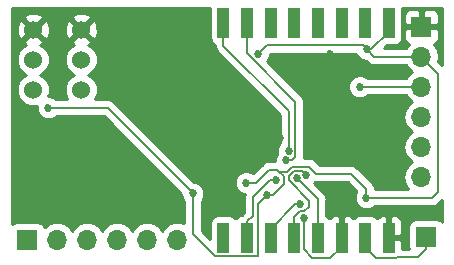
<source format=gbr>
G04 #@! TF.GenerationSoftware,KiCad,Pcbnew,5.0.0-rc2-unknown-a288d61~65~ubuntu18.04.1*
G04 #@! TF.CreationDate,2018-06-25T15:59:09+02:00*
G04 #@! TF.ProjectId,STM32_Sensor,53544D33325F53656E736F722E6B6963,rev?*
G04 #@! TF.SameCoordinates,Original*
G04 #@! TF.FileFunction,Copper,L2,Bot,Signal*
G04 #@! TF.FilePolarity,Positive*
%FSLAX46Y46*%
G04 Gerber Fmt 4.6, Leading zero omitted, Abs format (unit mm)*
G04 Created by KiCad (PCBNEW 5.0.0-rc2-unknown-a288d61~65~ubuntu18.04.1) date Mon Jun 25 15:59:09 2018*
%MOMM*%
%LPD*%
G01*
G04 APERTURE LIST*
G04 #@! TA.AperFunction,SMDPad,CuDef*
%ADD10R,1.000000X2.500000*%
G04 #@! TD*
G04 #@! TA.AperFunction,ComponentPad*
%ADD11R,1.700000X1.700000*%
G04 #@! TD*
G04 #@! TA.AperFunction,ComponentPad*
%ADD12C,1.524000*%
G04 #@! TD*
G04 #@! TA.AperFunction,ComponentPad*
%ADD13O,1.700000X1.700000*%
G04 #@! TD*
G04 #@! TA.AperFunction,ViaPad*
%ADD14C,0.685800*%
G04 #@! TD*
G04 #@! TA.AperFunction,Conductor*
%ADD15C,0.190500*%
G04 #@! TD*
G04 #@! TA.AperFunction,Conductor*
%ADD16C,0.152400*%
G04 #@! TD*
G04 #@! TA.AperFunction,Conductor*
%ADD17C,0.254000*%
G04 #@! TD*
G04 APERTURE END LIST*
D10*
G04 #@! TO.P,U2,1*
G04 #@! TO.N,RST*
X125588000Y-80689000D03*
G04 #@! TO.P,U2,2*
G04 #@! TO.N,DIO0*
X127588000Y-80689000D03*
G04 #@! TO.P,U2,3*
G04 #@! TO.N,Net-(U2-Pad3)*
X129588000Y-80689000D03*
G04 #@! TO.P,U2,4*
G04 #@! TO.N,Net-(U2-Pad4)*
X131588000Y-80689000D03*
G04 #@! TO.P,U2,5*
G04 #@! TO.N,Net-(U2-Pad5)*
X133588000Y-80689000D03*
G04 #@! TO.P,U2,6*
G04 #@! TO.N,Net-(U2-Pad6)*
X135588000Y-80689000D03*
G04 #@! TO.P,U2,7*
G04 #@! TO.N,Net-(U2-Pad7)*
X137588000Y-80689000D03*
G04 #@! TO.P,U2,8*
G04 #@! TO.N,+3V3*
X139588000Y-80689000D03*
G04 #@! TO.P,U2,9*
G04 #@! TO.N,GND*
X139588000Y-98889000D03*
G04 #@! TO.P,U2,10*
G04 #@! TO.N,Net-(J2-Pad1)*
X137588000Y-98889000D03*
G04 #@! TO.P,U2,11*
G04 #@! TO.N,GND*
X135588000Y-98889000D03*
G04 #@! TO.P,U2,12*
G04 #@! TO.N,SCK*
X133588000Y-98889000D03*
G04 #@! TO.P,U2,13*
G04 #@! TO.N,MISO*
X131588000Y-98889000D03*
G04 #@! TO.P,U2,14*
G04 #@! TO.N,MOSI*
X129588000Y-98889000D03*
G04 #@! TO.P,U2,15*
G04 #@! TO.N,NSS*
X127588000Y-98889000D03*
G04 #@! TO.P,U2,16*
G04 #@! TO.N,Net-(U2-Pad16)*
X125588000Y-98889000D03*
G04 #@! TD*
D11*
G04 #@! TO.P,J2,1*
G04 #@! TO.N,Net-(J2-Pad1)*
X142750000Y-98820000D03*
G04 #@! TD*
D12*
G04 #@! TO.P,SW2,3*
G04 #@! TO.N,+3V3*
X109474000Y-86360000D03*
G04 #@! TO.P,SW2,2*
G04 #@! TO.N,Net-(R2-Pad1)*
X109474000Y-83820000D03*
G04 #@! TO.P,SW2,1*
G04 #@! TO.N,GND*
X109474000Y-81280000D03*
G04 #@! TD*
G04 #@! TO.P,SW3,1*
G04 #@! TO.N,GND*
X113538000Y-81280000D03*
G04 #@! TO.P,SW3,2*
G04 #@! TO.N,Net-(R3-Pad1)*
X113538000Y-83820000D03*
G04 #@! TO.P,SW3,3*
G04 #@! TO.N,+3V3*
X113538000Y-86360000D03*
G04 #@! TD*
D13*
G04 #@! TO.P,J1,6*
G04 #@! TO.N,TX*
X142340000Y-93730000D03*
G04 #@! TO.P,J1,5*
G04 #@! TO.N,RX*
X142340000Y-91190000D03*
G04 #@! TO.P,J1,4*
G04 #@! TO.N,SWDIO*
X142340000Y-88650000D03*
G04 #@! TO.P,J1,3*
G04 #@! TO.N,SWDCLK*
X142340000Y-86110000D03*
G04 #@! TO.P,J1,2*
G04 #@! TO.N,+3V3*
X142340000Y-83570000D03*
D11*
G04 #@! TO.P,J1,1*
G04 #@! TO.N,GND*
X142340000Y-81030000D03*
G04 #@! TD*
D13*
G04 #@! TO.P,J3,6*
G04 #@! TO.N,PB11*
X121666000Y-99060000D03*
G04 #@! TO.P,J3,5*
G04 #@! TO.N,PB10*
X119126000Y-99060000D03*
G04 #@! TO.P,J3,4*
G04 #@! TO.N,PB1*
X116586000Y-99060000D03*
G04 #@! TO.P,J3,3*
G04 #@! TO.N,PB0*
X114046000Y-99060000D03*
G04 #@! TO.P,J3,2*
G04 #@! TO.N,PA1*
X111506000Y-99060000D03*
D11*
G04 #@! TO.P,J3,1*
G04 #@! TO.N,PA0*
X108966000Y-99060000D03*
G04 #@! TD*
D14*
G04 #@! TO.N,+3V3*
X137731500Y-82931000D03*
X137668000Y-95504000D03*
X129286000Y-95250000D03*
X110744000Y-87884000D03*
X123002068Y-95105652D03*
X127508000Y-94233994D03*
X128524000Y-83312000D03*
G04 #@! TO.N,SWDCLK*
X137140000Y-86100000D03*
G04 #@! TO.N,GND*
X135840000Y-87840000D03*
X134610000Y-83340000D03*
X124460000Y-85344000D03*
X132372057Y-97233245D03*
X135128000Y-96774000D03*
X126595116Y-89881053D03*
X130400000Y-90440000D03*
X120060000Y-88680000D03*
X119120000Y-85240000D03*
G04 #@! TO.N,RST*
X131112598Y-91518462D03*
G04 #@! TO.N,DIO0*
X130906797Y-92331016D03*
G04 #@! TO.N,NSS*
X130048000Y-93980000D03*
G04 #@! TO.N,SCK*
X131791626Y-93796502D03*
G04 #@! TO.N,MISO*
X132597436Y-93565703D03*
G04 #@! TO.N,MOSI*
X132085808Y-96045226D03*
G04 #@! TD*
D15*
G04 #@! TO.N,+3V3*
X138096000Y-82931000D02*
X137731500Y-82931000D01*
X139588000Y-80689000D02*
X139588000Y-81439000D01*
X139588000Y-81439000D02*
X138096000Y-82931000D01*
X139588000Y-80938000D02*
X139588000Y-80689000D01*
X138370500Y-83570000D02*
X137731500Y-82931000D01*
X142340000Y-83570000D02*
X138370500Y-83570000D01*
X142340000Y-83570000D02*
X143764000Y-84994000D01*
X143764000Y-84994000D02*
X143764000Y-94996000D01*
X143256000Y-95504000D02*
X137668000Y-95504000D01*
X143764000Y-94996000D02*
X143256000Y-95504000D01*
X115780416Y-87884000D02*
X123002068Y-95105652D01*
X129286000Y-95250000D02*
X128524000Y-96012000D01*
X128524000Y-96012000D02*
X128524000Y-100424751D01*
X128524000Y-100424751D02*
X124831818Y-100424751D01*
X124831818Y-100424751D02*
X123002068Y-98595001D01*
X123002068Y-98595001D02*
X123002068Y-95105652D01*
X110744000Y-87884000D02*
X115780416Y-87884000D01*
X130110448Y-93112042D02*
X129469530Y-93112042D01*
X129770933Y-95250000D02*
X130676652Y-94344281D01*
X130676652Y-94344281D02*
X130676652Y-93678246D01*
X129286000Y-95250000D02*
X129770933Y-95250000D01*
X128347566Y-94233994D02*
X127508000Y-94233994D01*
X128347572Y-94234000D02*
X128347566Y-94233994D01*
X129469530Y-93112042D02*
X128347572Y-94234000D01*
X130302000Y-93303594D02*
X130110448Y-93112042D01*
X130676652Y-93678246D02*
X130302000Y-93303594D01*
X137668000Y-94742000D02*
X137668000Y-95504000D01*
X130302000Y-93303594D02*
X130964408Y-93303594D01*
X130964408Y-93303594D02*
X131407158Y-92860844D01*
X131407158Y-92860844D02*
X132822983Y-92860846D01*
X132822983Y-92860846D02*
X133434137Y-93472000D01*
X136398000Y-93472000D02*
X137668000Y-94742000D01*
X133434137Y-93472000D02*
X136398000Y-93472000D01*
X137731500Y-82931000D02*
X137388601Y-82588101D01*
X128866899Y-82969101D02*
X128524000Y-83312000D01*
X129247899Y-82588101D02*
X128866899Y-82969101D01*
X137388601Y-82588101D02*
X129247899Y-82588101D01*
D16*
G04 #@! TO.N,SWDCLK*
X137150000Y-86110000D02*
X137140000Y-86100000D01*
X142340000Y-86110000D02*
X137150000Y-86110000D01*
G04 #@! TO.N,GND*
X134610000Y-86610000D02*
X134610000Y-83340000D01*
X135840000Y-87840000D02*
X134610000Y-86610000D01*
X134649171Y-100577829D02*
X133209878Y-100584000D01*
X132372057Y-99860057D02*
X132372057Y-97233245D01*
X135588000Y-99639000D02*
X134649171Y-100577829D01*
X133096000Y-100584000D02*
X132372057Y-99860057D01*
X133209878Y-100584000D02*
X133096000Y-100584000D01*
X135588000Y-98889000D02*
X135588000Y-99639000D01*
G04 #@! TO.N,Net-(J2-Pad1)*
X137588000Y-99639000D02*
X137588000Y-98889000D01*
X138510272Y-100561273D02*
X137588000Y-99639000D01*
X142026204Y-100546196D02*
X138510272Y-100561273D01*
X142750000Y-98820000D02*
X142750000Y-99822400D01*
X142750000Y-99822400D02*
X142026204Y-100546196D01*
G04 #@! TO.N,RST*
X131112598Y-88186598D02*
X131112598Y-91033529D01*
X125588000Y-80689000D02*
X125588000Y-82662000D01*
X131112598Y-91033529D02*
X131112598Y-91518462D01*
X125588000Y-82662000D02*
X131112598Y-88186598D01*
G04 #@! TO.N,DIO0*
X127588000Y-83278212D02*
X131684100Y-87374312D01*
X127588000Y-80689000D02*
X127588000Y-83278212D01*
X131684100Y-87374312D02*
X131684100Y-92038646D01*
X131391730Y-92331016D02*
X130906797Y-92331016D01*
X131684100Y-92038646D02*
X131391730Y-92331016D01*
G04 #@! TO.N,NSS*
X127588000Y-98889000D02*
X127588000Y-98139000D01*
X127588000Y-98889000D02*
X127588000Y-97486600D01*
X129563067Y-93980000D02*
X130048000Y-93980000D01*
X128065014Y-95478053D02*
X129563067Y-93980000D01*
X127588000Y-97486600D02*
X128065014Y-97009586D01*
X128065014Y-97009586D02*
X128065014Y-95478053D01*
G04 #@! TO.N,SCK*
X133588000Y-98889000D02*
X133588000Y-95592876D01*
X133588000Y-95592876D02*
X131791626Y-93796502D01*
G04 #@! TO.N,MISO*
X131588000Y-97171494D02*
X132097750Y-96661744D01*
X131114336Y-94030336D02*
X131114336Y-93665554D01*
X131588000Y-98889000D02*
X131588000Y-97171494D01*
X132097750Y-96661744D02*
X132446256Y-96661744D01*
X132446256Y-96661744D02*
X132842000Y-96266000D01*
X132254537Y-93222804D02*
X132597436Y-93565703D01*
X132842000Y-95758000D02*
X131114336Y-94030336D01*
X131557086Y-93222804D02*
X132254537Y-93222804D01*
X131114336Y-93665554D02*
X131557086Y-93222804D01*
X132842000Y-96266000D02*
X132842000Y-95758000D01*
G04 #@! TO.N,MOSI*
X131681774Y-96045226D02*
X132085808Y-96045226D01*
X129588000Y-98139000D02*
X131681774Y-96045226D01*
X129588000Y-98889000D02*
X129588000Y-98139000D01*
G04 #@! TD*
D17*
G04 #@! TO.N,GND*
G36*
X133362216Y-94202250D02*
X133434136Y-94216556D01*
X133506056Y-94202250D01*
X136095522Y-94202250D01*
X136841156Y-94947885D01*
X136838977Y-94950064D01*
X136690100Y-95309484D01*
X136690100Y-95698516D01*
X136838977Y-96057936D01*
X137114064Y-96333023D01*
X137473484Y-96481900D01*
X137862516Y-96481900D01*
X138221936Y-96333023D01*
X138320709Y-96234250D01*
X143184080Y-96234250D01*
X143256000Y-96248556D01*
X143327920Y-96234250D01*
X143327921Y-96234250D01*
X143540929Y-96191880D01*
X143782481Y-96030481D01*
X143823224Y-95969504D01*
X144070000Y-95722729D01*
X144070000Y-97530436D01*
X144057809Y-97512191D01*
X143847765Y-97371843D01*
X143600000Y-97322560D01*
X141900000Y-97322560D01*
X141652235Y-97371843D01*
X141442191Y-97512191D01*
X141301843Y-97722235D01*
X141252560Y-97970000D01*
X141252560Y-99670000D01*
X141286010Y-99838164D01*
X140723000Y-99840578D01*
X140723000Y-99174750D01*
X140564250Y-99016000D01*
X139715000Y-99016000D01*
X139715000Y-99036000D01*
X139461000Y-99036000D01*
X139461000Y-99016000D01*
X139441000Y-99016000D01*
X139441000Y-98762000D01*
X139461000Y-98762000D01*
X139461000Y-97162750D01*
X139715000Y-97162750D01*
X139715000Y-98762000D01*
X140564250Y-98762000D01*
X140723000Y-98603250D01*
X140723000Y-97512691D01*
X140626327Y-97279302D01*
X140447699Y-97100673D01*
X140214310Y-97004000D01*
X139873750Y-97004000D01*
X139715000Y-97162750D01*
X139461000Y-97162750D01*
X139302250Y-97004000D01*
X138961690Y-97004000D01*
X138728301Y-97100673D01*
X138586655Y-97242320D01*
X138545809Y-97181191D01*
X138335765Y-97040843D01*
X138088000Y-96991560D01*
X137088000Y-96991560D01*
X136840235Y-97040843D01*
X136630191Y-97181191D01*
X136589345Y-97242320D01*
X136447699Y-97100673D01*
X136214310Y-97004000D01*
X135873750Y-97004000D01*
X135715000Y-97162750D01*
X135715000Y-98762000D01*
X135735000Y-98762000D01*
X135735000Y-99016000D01*
X135715000Y-99016000D01*
X135715000Y-99036000D01*
X135461000Y-99036000D01*
X135461000Y-99016000D01*
X135441000Y-99016000D01*
X135441000Y-98762000D01*
X135461000Y-98762000D01*
X135461000Y-97162750D01*
X135302250Y-97004000D01*
X134961690Y-97004000D01*
X134728301Y-97100673D01*
X134586655Y-97242320D01*
X134545809Y-97181191D01*
X134335765Y-97040843D01*
X134299200Y-97033570D01*
X134299200Y-95662917D01*
X134313132Y-95592875D01*
X134299200Y-95522833D01*
X134299200Y-95522830D01*
X134257936Y-95315380D01*
X134257935Y-95315378D01*
X134140424Y-95139511D01*
X134140422Y-95139509D01*
X134100746Y-95080130D01*
X134041367Y-95040454D01*
X133273505Y-94272593D01*
X133346895Y-94199203D01*
X133362216Y-94202250D01*
X133362216Y-94202250D01*
G37*
X133362216Y-94202250D02*
X133434136Y-94216556D01*
X133506056Y-94202250D01*
X136095522Y-94202250D01*
X136841156Y-94947885D01*
X136838977Y-94950064D01*
X136690100Y-95309484D01*
X136690100Y-95698516D01*
X136838977Y-96057936D01*
X137114064Y-96333023D01*
X137473484Y-96481900D01*
X137862516Y-96481900D01*
X138221936Y-96333023D01*
X138320709Y-96234250D01*
X143184080Y-96234250D01*
X143256000Y-96248556D01*
X143327920Y-96234250D01*
X143327921Y-96234250D01*
X143540929Y-96191880D01*
X143782481Y-96030481D01*
X143823224Y-95969504D01*
X144070000Y-95722729D01*
X144070000Y-97530436D01*
X144057809Y-97512191D01*
X143847765Y-97371843D01*
X143600000Y-97322560D01*
X141900000Y-97322560D01*
X141652235Y-97371843D01*
X141442191Y-97512191D01*
X141301843Y-97722235D01*
X141252560Y-97970000D01*
X141252560Y-99670000D01*
X141286010Y-99838164D01*
X140723000Y-99840578D01*
X140723000Y-99174750D01*
X140564250Y-99016000D01*
X139715000Y-99016000D01*
X139715000Y-99036000D01*
X139461000Y-99036000D01*
X139461000Y-99016000D01*
X139441000Y-99016000D01*
X139441000Y-98762000D01*
X139461000Y-98762000D01*
X139461000Y-97162750D01*
X139715000Y-97162750D01*
X139715000Y-98762000D01*
X140564250Y-98762000D01*
X140723000Y-98603250D01*
X140723000Y-97512691D01*
X140626327Y-97279302D01*
X140447699Y-97100673D01*
X140214310Y-97004000D01*
X139873750Y-97004000D01*
X139715000Y-97162750D01*
X139461000Y-97162750D01*
X139302250Y-97004000D01*
X138961690Y-97004000D01*
X138728301Y-97100673D01*
X138586655Y-97242320D01*
X138545809Y-97181191D01*
X138335765Y-97040843D01*
X138088000Y-96991560D01*
X137088000Y-96991560D01*
X136840235Y-97040843D01*
X136630191Y-97181191D01*
X136589345Y-97242320D01*
X136447699Y-97100673D01*
X136214310Y-97004000D01*
X135873750Y-97004000D01*
X135715000Y-97162750D01*
X135715000Y-98762000D01*
X135735000Y-98762000D01*
X135735000Y-99016000D01*
X135715000Y-99016000D01*
X135715000Y-99036000D01*
X135461000Y-99036000D01*
X135461000Y-99016000D01*
X135441000Y-99016000D01*
X135441000Y-98762000D01*
X135461000Y-98762000D01*
X135461000Y-97162750D01*
X135302250Y-97004000D01*
X134961690Y-97004000D01*
X134728301Y-97100673D01*
X134586655Y-97242320D01*
X134545809Y-97181191D01*
X134335765Y-97040843D01*
X134299200Y-97033570D01*
X134299200Y-95662917D01*
X134313132Y-95592875D01*
X134299200Y-95522833D01*
X134299200Y-95522830D01*
X134257936Y-95315380D01*
X134257935Y-95315378D01*
X134140424Y-95139511D01*
X134140422Y-95139509D01*
X134100746Y-95080130D01*
X134041367Y-95040454D01*
X133273505Y-94272593D01*
X133346895Y-94199203D01*
X133362216Y-94202250D01*
G36*
X124442655Y-79428467D02*
X124440560Y-79439000D01*
X124440560Y-81939000D01*
X124489843Y-82186765D01*
X124630191Y-82396809D01*
X124840235Y-82537157D01*
X124876801Y-82544430D01*
X124876801Y-82591954D01*
X124862868Y-82662000D01*
X124918065Y-82939496D01*
X125035576Y-83115364D01*
X125035579Y-83115367D01*
X125075255Y-83174746D01*
X125134634Y-83214422D01*
X130401398Y-88481187D01*
X130401399Y-90846702D01*
X130283575Y-90964526D01*
X130134698Y-91323946D01*
X130134698Y-91712978D01*
X130136800Y-91718054D01*
X130077774Y-91777080D01*
X129928897Y-92136500D01*
X129928897Y-92381792D01*
X129541449Y-92381792D01*
X129469529Y-92367486D01*
X129397609Y-92381792D01*
X129184601Y-92424162D01*
X128943049Y-92585561D01*
X128902309Y-92646533D01*
X128102904Y-93445939D01*
X128061936Y-93404971D01*
X127702516Y-93256094D01*
X127313484Y-93256094D01*
X126954064Y-93404971D01*
X126678977Y-93680058D01*
X126530100Y-94039478D01*
X126530100Y-94428510D01*
X126678977Y-94787930D01*
X126954064Y-95063017D01*
X127313484Y-95211894D01*
X127392824Y-95211894D01*
X127339882Y-95478053D01*
X127353815Y-95548099D01*
X127353814Y-96714997D01*
X127134634Y-96934178D01*
X127075255Y-96973854D01*
X127059657Y-96997198D01*
X126840235Y-97040843D01*
X126630191Y-97181191D01*
X126588000Y-97244334D01*
X126545809Y-97181191D01*
X126335765Y-97040843D01*
X126088000Y-96991560D01*
X125088000Y-96991560D01*
X124840235Y-97040843D01*
X124630191Y-97181191D01*
X124489843Y-97391235D01*
X124440560Y-97639000D01*
X124440560Y-99000764D01*
X123732318Y-98292523D01*
X123732318Y-95758361D01*
X123831091Y-95659588D01*
X123979968Y-95300168D01*
X123979968Y-94911136D01*
X123831091Y-94551716D01*
X123556004Y-94276629D01*
X123196584Y-94127752D01*
X123056898Y-94127752D01*
X116347641Y-87418497D01*
X116306897Y-87357519D01*
X116065345Y-87196120D01*
X115852337Y-87153750D01*
X115852336Y-87153750D01*
X115780416Y-87139444D01*
X115708496Y-87153750D01*
X114719907Y-87153750D01*
X114722320Y-87151337D01*
X114935000Y-86637881D01*
X114935000Y-86082119D01*
X114722320Y-85568663D01*
X114329337Y-85175680D01*
X114122487Y-85090000D01*
X114329337Y-85004320D01*
X114722320Y-84611337D01*
X114935000Y-84097881D01*
X114935000Y-83542119D01*
X114722320Y-83028663D01*
X114329337Y-82635680D01*
X114138353Y-82556572D01*
X114269143Y-82502397D01*
X114338608Y-82260213D01*
X113538000Y-81459605D01*
X112737392Y-82260213D01*
X112806857Y-82502397D01*
X112947393Y-82552535D01*
X112746663Y-82635680D01*
X112353680Y-83028663D01*
X112141000Y-83542119D01*
X112141000Y-84097881D01*
X112353680Y-84611337D01*
X112746663Y-85004320D01*
X112953513Y-85090000D01*
X112746663Y-85175680D01*
X112353680Y-85568663D01*
X112141000Y-86082119D01*
X112141000Y-86637881D01*
X112353680Y-87151337D01*
X112356093Y-87153750D01*
X111396709Y-87153750D01*
X111297936Y-87054977D01*
X110938516Y-86906100D01*
X110759900Y-86906100D01*
X110871000Y-86637881D01*
X110871000Y-86082119D01*
X110658320Y-85568663D01*
X110265337Y-85175680D01*
X110058487Y-85090000D01*
X110265337Y-85004320D01*
X110658320Y-84611337D01*
X110871000Y-84097881D01*
X110871000Y-83542119D01*
X110658320Y-83028663D01*
X110265337Y-82635680D01*
X110074353Y-82556572D01*
X110205143Y-82502397D01*
X110274608Y-82260213D01*
X109474000Y-81459605D01*
X108673392Y-82260213D01*
X108742857Y-82502397D01*
X108883393Y-82552535D01*
X108682663Y-82635680D01*
X108289680Y-83028663D01*
X108077000Y-83542119D01*
X108077000Y-84097881D01*
X108289680Y-84611337D01*
X108682663Y-85004320D01*
X108889513Y-85090000D01*
X108682663Y-85175680D01*
X108289680Y-85568663D01*
X108077000Y-86082119D01*
X108077000Y-86637881D01*
X108289680Y-87151337D01*
X108682663Y-87544320D01*
X109196119Y-87757000D01*
X109751881Y-87757000D01*
X109766100Y-87751110D01*
X109766100Y-88078516D01*
X109914977Y-88437936D01*
X110190064Y-88713023D01*
X110549484Y-88861900D01*
X110938516Y-88861900D01*
X111297936Y-88713023D01*
X111396709Y-88614250D01*
X115477938Y-88614250D01*
X122024168Y-95160482D01*
X122024168Y-95300168D01*
X122173045Y-95659588D01*
X122271819Y-95758362D01*
X122271818Y-97678801D01*
X122245418Y-97661161D01*
X121812256Y-97575000D01*
X121519744Y-97575000D01*
X121086582Y-97661161D01*
X120595375Y-97989375D01*
X120396000Y-98287761D01*
X120196625Y-97989375D01*
X119705418Y-97661161D01*
X119272256Y-97575000D01*
X118979744Y-97575000D01*
X118546582Y-97661161D01*
X118055375Y-97989375D01*
X117856000Y-98287761D01*
X117656625Y-97989375D01*
X117165418Y-97661161D01*
X116732256Y-97575000D01*
X116439744Y-97575000D01*
X116006582Y-97661161D01*
X115515375Y-97989375D01*
X115316000Y-98287761D01*
X115116625Y-97989375D01*
X114625418Y-97661161D01*
X114192256Y-97575000D01*
X113899744Y-97575000D01*
X113466582Y-97661161D01*
X112975375Y-97989375D01*
X112776000Y-98287761D01*
X112576625Y-97989375D01*
X112085418Y-97661161D01*
X111652256Y-97575000D01*
X111359744Y-97575000D01*
X110926582Y-97661161D01*
X110435375Y-97989375D01*
X110423184Y-98007619D01*
X110414157Y-97962235D01*
X110273809Y-97752191D01*
X110063765Y-97611843D01*
X109816000Y-97562560D01*
X108116000Y-97562560D01*
X107868235Y-97611843D01*
X107710000Y-97717573D01*
X107710000Y-81072302D01*
X108064856Y-81072302D01*
X108092638Y-81627368D01*
X108251603Y-82011143D01*
X108493787Y-82080608D01*
X109294395Y-81280000D01*
X109653605Y-81280000D01*
X110454213Y-82080608D01*
X110696397Y-82011143D01*
X110883144Y-81487698D01*
X110862353Y-81072302D01*
X112128856Y-81072302D01*
X112156638Y-81627368D01*
X112315603Y-82011143D01*
X112557787Y-82080608D01*
X113358395Y-81280000D01*
X113717605Y-81280000D01*
X114518213Y-82080608D01*
X114760397Y-82011143D01*
X114947144Y-81487698D01*
X114919362Y-80932632D01*
X114760397Y-80548857D01*
X114518213Y-80479392D01*
X113717605Y-81280000D01*
X113358395Y-81280000D01*
X112557787Y-80479392D01*
X112315603Y-80548857D01*
X112128856Y-81072302D01*
X110862353Y-81072302D01*
X110855362Y-80932632D01*
X110696397Y-80548857D01*
X110454213Y-80479392D01*
X109653605Y-81280000D01*
X109294395Y-81280000D01*
X108493787Y-80479392D01*
X108251603Y-80548857D01*
X108064856Y-81072302D01*
X107710000Y-81072302D01*
X107710000Y-80299787D01*
X108673392Y-80299787D01*
X109474000Y-81100395D01*
X110274608Y-80299787D01*
X112737392Y-80299787D01*
X113538000Y-81100395D01*
X114338608Y-80299787D01*
X114269143Y-80057603D01*
X113745698Y-79870856D01*
X113190632Y-79898638D01*
X112806857Y-80057603D01*
X112737392Y-80299787D01*
X110274608Y-80299787D01*
X110205143Y-80057603D01*
X109681698Y-79870856D01*
X109126632Y-79898638D01*
X108742857Y-80057603D01*
X108673392Y-80299787D01*
X107710000Y-80299787D01*
X107710000Y-79410752D01*
X124442655Y-79428467D01*
X124442655Y-79428467D01*
G37*
X124442655Y-79428467D02*
X124440560Y-79439000D01*
X124440560Y-81939000D01*
X124489843Y-82186765D01*
X124630191Y-82396809D01*
X124840235Y-82537157D01*
X124876801Y-82544430D01*
X124876801Y-82591954D01*
X124862868Y-82662000D01*
X124918065Y-82939496D01*
X125035576Y-83115364D01*
X125035579Y-83115367D01*
X125075255Y-83174746D01*
X125134634Y-83214422D01*
X130401398Y-88481187D01*
X130401399Y-90846702D01*
X130283575Y-90964526D01*
X130134698Y-91323946D01*
X130134698Y-91712978D01*
X130136800Y-91718054D01*
X130077774Y-91777080D01*
X129928897Y-92136500D01*
X129928897Y-92381792D01*
X129541449Y-92381792D01*
X129469529Y-92367486D01*
X129397609Y-92381792D01*
X129184601Y-92424162D01*
X128943049Y-92585561D01*
X128902309Y-92646533D01*
X128102904Y-93445939D01*
X128061936Y-93404971D01*
X127702516Y-93256094D01*
X127313484Y-93256094D01*
X126954064Y-93404971D01*
X126678977Y-93680058D01*
X126530100Y-94039478D01*
X126530100Y-94428510D01*
X126678977Y-94787930D01*
X126954064Y-95063017D01*
X127313484Y-95211894D01*
X127392824Y-95211894D01*
X127339882Y-95478053D01*
X127353815Y-95548099D01*
X127353814Y-96714997D01*
X127134634Y-96934178D01*
X127075255Y-96973854D01*
X127059657Y-96997198D01*
X126840235Y-97040843D01*
X126630191Y-97181191D01*
X126588000Y-97244334D01*
X126545809Y-97181191D01*
X126335765Y-97040843D01*
X126088000Y-96991560D01*
X125088000Y-96991560D01*
X124840235Y-97040843D01*
X124630191Y-97181191D01*
X124489843Y-97391235D01*
X124440560Y-97639000D01*
X124440560Y-99000764D01*
X123732318Y-98292523D01*
X123732318Y-95758361D01*
X123831091Y-95659588D01*
X123979968Y-95300168D01*
X123979968Y-94911136D01*
X123831091Y-94551716D01*
X123556004Y-94276629D01*
X123196584Y-94127752D01*
X123056898Y-94127752D01*
X116347641Y-87418497D01*
X116306897Y-87357519D01*
X116065345Y-87196120D01*
X115852337Y-87153750D01*
X115852336Y-87153750D01*
X115780416Y-87139444D01*
X115708496Y-87153750D01*
X114719907Y-87153750D01*
X114722320Y-87151337D01*
X114935000Y-86637881D01*
X114935000Y-86082119D01*
X114722320Y-85568663D01*
X114329337Y-85175680D01*
X114122487Y-85090000D01*
X114329337Y-85004320D01*
X114722320Y-84611337D01*
X114935000Y-84097881D01*
X114935000Y-83542119D01*
X114722320Y-83028663D01*
X114329337Y-82635680D01*
X114138353Y-82556572D01*
X114269143Y-82502397D01*
X114338608Y-82260213D01*
X113538000Y-81459605D01*
X112737392Y-82260213D01*
X112806857Y-82502397D01*
X112947393Y-82552535D01*
X112746663Y-82635680D01*
X112353680Y-83028663D01*
X112141000Y-83542119D01*
X112141000Y-84097881D01*
X112353680Y-84611337D01*
X112746663Y-85004320D01*
X112953513Y-85090000D01*
X112746663Y-85175680D01*
X112353680Y-85568663D01*
X112141000Y-86082119D01*
X112141000Y-86637881D01*
X112353680Y-87151337D01*
X112356093Y-87153750D01*
X111396709Y-87153750D01*
X111297936Y-87054977D01*
X110938516Y-86906100D01*
X110759900Y-86906100D01*
X110871000Y-86637881D01*
X110871000Y-86082119D01*
X110658320Y-85568663D01*
X110265337Y-85175680D01*
X110058487Y-85090000D01*
X110265337Y-85004320D01*
X110658320Y-84611337D01*
X110871000Y-84097881D01*
X110871000Y-83542119D01*
X110658320Y-83028663D01*
X110265337Y-82635680D01*
X110074353Y-82556572D01*
X110205143Y-82502397D01*
X110274608Y-82260213D01*
X109474000Y-81459605D01*
X108673392Y-82260213D01*
X108742857Y-82502397D01*
X108883393Y-82552535D01*
X108682663Y-82635680D01*
X108289680Y-83028663D01*
X108077000Y-83542119D01*
X108077000Y-84097881D01*
X108289680Y-84611337D01*
X108682663Y-85004320D01*
X108889513Y-85090000D01*
X108682663Y-85175680D01*
X108289680Y-85568663D01*
X108077000Y-86082119D01*
X108077000Y-86637881D01*
X108289680Y-87151337D01*
X108682663Y-87544320D01*
X109196119Y-87757000D01*
X109751881Y-87757000D01*
X109766100Y-87751110D01*
X109766100Y-88078516D01*
X109914977Y-88437936D01*
X110190064Y-88713023D01*
X110549484Y-88861900D01*
X110938516Y-88861900D01*
X111297936Y-88713023D01*
X111396709Y-88614250D01*
X115477938Y-88614250D01*
X122024168Y-95160482D01*
X122024168Y-95300168D01*
X122173045Y-95659588D01*
X122271819Y-95758362D01*
X122271818Y-97678801D01*
X122245418Y-97661161D01*
X121812256Y-97575000D01*
X121519744Y-97575000D01*
X121086582Y-97661161D01*
X120595375Y-97989375D01*
X120396000Y-98287761D01*
X120196625Y-97989375D01*
X119705418Y-97661161D01*
X119272256Y-97575000D01*
X118979744Y-97575000D01*
X118546582Y-97661161D01*
X118055375Y-97989375D01*
X117856000Y-98287761D01*
X117656625Y-97989375D01*
X117165418Y-97661161D01*
X116732256Y-97575000D01*
X116439744Y-97575000D01*
X116006582Y-97661161D01*
X115515375Y-97989375D01*
X115316000Y-98287761D01*
X115116625Y-97989375D01*
X114625418Y-97661161D01*
X114192256Y-97575000D01*
X113899744Y-97575000D01*
X113466582Y-97661161D01*
X112975375Y-97989375D01*
X112776000Y-98287761D01*
X112576625Y-97989375D01*
X112085418Y-97661161D01*
X111652256Y-97575000D01*
X111359744Y-97575000D01*
X110926582Y-97661161D01*
X110435375Y-97989375D01*
X110423184Y-98007619D01*
X110414157Y-97962235D01*
X110273809Y-97752191D01*
X110063765Y-97611843D01*
X109816000Y-97562560D01*
X108116000Y-97562560D01*
X107868235Y-97611843D01*
X107710000Y-97717573D01*
X107710000Y-81072302D01*
X108064856Y-81072302D01*
X108092638Y-81627368D01*
X108251603Y-82011143D01*
X108493787Y-82080608D01*
X109294395Y-81280000D01*
X109653605Y-81280000D01*
X110454213Y-82080608D01*
X110696397Y-82011143D01*
X110883144Y-81487698D01*
X110862353Y-81072302D01*
X112128856Y-81072302D01*
X112156638Y-81627368D01*
X112315603Y-82011143D01*
X112557787Y-82080608D01*
X113358395Y-81280000D01*
X113717605Y-81280000D01*
X114518213Y-82080608D01*
X114760397Y-82011143D01*
X114947144Y-81487698D01*
X114919362Y-80932632D01*
X114760397Y-80548857D01*
X114518213Y-80479392D01*
X113717605Y-81280000D01*
X113358395Y-81280000D01*
X112557787Y-80479392D01*
X112315603Y-80548857D01*
X112128856Y-81072302D01*
X110862353Y-81072302D01*
X110855362Y-80932632D01*
X110696397Y-80548857D01*
X110454213Y-80479392D01*
X109653605Y-81280000D01*
X109294395Y-81280000D01*
X108493787Y-80479392D01*
X108251603Y-80548857D01*
X108064856Y-81072302D01*
X107710000Y-81072302D01*
X107710000Y-80299787D01*
X108673392Y-80299787D01*
X109474000Y-81100395D01*
X110274608Y-80299787D01*
X112737392Y-80299787D01*
X113538000Y-81100395D01*
X114338608Y-80299787D01*
X114269143Y-80057603D01*
X113745698Y-79870856D01*
X113190632Y-79898638D01*
X112806857Y-80057603D01*
X112737392Y-80299787D01*
X110274608Y-80299787D01*
X110205143Y-80057603D01*
X109681698Y-79870856D01*
X109126632Y-79898638D01*
X108742857Y-80057603D01*
X108673392Y-80299787D01*
X107710000Y-80299787D01*
X107710000Y-79410752D01*
X124442655Y-79428467D01*
G36*
X136902477Y-83484936D02*
X137177564Y-83760023D01*
X137536984Y-83908900D01*
X137676671Y-83908900D01*
X137803279Y-84035508D01*
X137844019Y-84096481D01*
X138085571Y-84257880D01*
X138298579Y-84300250D01*
X138370499Y-84314556D01*
X138442419Y-84300250D01*
X141041944Y-84300250D01*
X141269375Y-84640625D01*
X141567761Y-84840000D01*
X141269375Y-85039375D01*
X141029215Y-85398800D01*
X137821759Y-85398800D01*
X137693936Y-85270977D01*
X137334516Y-85122100D01*
X136945484Y-85122100D01*
X136586064Y-85270977D01*
X136310977Y-85546064D01*
X136162100Y-85905484D01*
X136162100Y-86294516D01*
X136310977Y-86653936D01*
X136586064Y-86929023D01*
X136945484Y-87077900D01*
X137334516Y-87077900D01*
X137693936Y-86929023D01*
X137801759Y-86821200D01*
X141029215Y-86821200D01*
X141269375Y-87180625D01*
X141567761Y-87380000D01*
X141269375Y-87579375D01*
X140941161Y-88070582D01*
X140825908Y-88650000D01*
X140941161Y-89229418D01*
X141269375Y-89720625D01*
X141567761Y-89920000D01*
X141269375Y-90119375D01*
X140941161Y-90610582D01*
X140825908Y-91190000D01*
X140941161Y-91769418D01*
X141269375Y-92260625D01*
X141567761Y-92460000D01*
X141269375Y-92659375D01*
X140941161Y-93150582D01*
X140825908Y-93730000D01*
X140941161Y-94309418D01*
X141251418Y-94773750D01*
X138406240Y-94773750D01*
X138412556Y-94741999D01*
X138390121Y-94629211D01*
X138355880Y-94457071D01*
X138194481Y-94215519D01*
X138133509Y-94174779D01*
X136965225Y-93006496D01*
X136924481Y-92945519D01*
X136682929Y-92784120D01*
X136469921Y-92741750D01*
X136469920Y-92741750D01*
X136398000Y-92727444D01*
X136326080Y-92741750D01*
X133736616Y-92741750D01*
X133390205Y-92395340D01*
X133349464Y-92334366D01*
X133107912Y-92172967D01*
X133107897Y-92172964D01*
X132822983Y-92116290D01*
X132751060Y-92130597D01*
X132390943Y-92130596D01*
X132395300Y-92108692D01*
X132395300Y-92108688D01*
X132409232Y-92038646D01*
X132395300Y-91968604D01*
X132395300Y-87444353D01*
X132409232Y-87374311D01*
X132395300Y-87304267D01*
X132395300Y-87304266D01*
X132354036Y-87096816D01*
X132326080Y-87054977D01*
X132236524Y-86920947D01*
X132236520Y-86920943D01*
X132196845Y-86861566D01*
X132137469Y-86821892D01*
X129267268Y-83951691D01*
X129353023Y-83865936D01*
X129501900Y-83506516D01*
X129501900Y-83366828D01*
X129550377Y-83318351D01*
X136833475Y-83318351D01*
X136902477Y-83484936D01*
X136902477Y-83484936D01*
G37*
X136902477Y-83484936D02*
X137177564Y-83760023D01*
X137536984Y-83908900D01*
X137676671Y-83908900D01*
X137803279Y-84035508D01*
X137844019Y-84096481D01*
X138085571Y-84257880D01*
X138298579Y-84300250D01*
X138370499Y-84314556D01*
X138442419Y-84300250D01*
X141041944Y-84300250D01*
X141269375Y-84640625D01*
X141567761Y-84840000D01*
X141269375Y-85039375D01*
X141029215Y-85398800D01*
X137821759Y-85398800D01*
X137693936Y-85270977D01*
X137334516Y-85122100D01*
X136945484Y-85122100D01*
X136586064Y-85270977D01*
X136310977Y-85546064D01*
X136162100Y-85905484D01*
X136162100Y-86294516D01*
X136310977Y-86653936D01*
X136586064Y-86929023D01*
X136945484Y-87077900D01*
X137334516Y-87077900D01*
X137693936Y-86929023D01*
X137801759Y-86821200D01*
X141029215Y-86821200D01*
X141269375Y-87180625D01*
X141567761Y-87380000D01*
X141269375Y-87579375D01*
X140941161Y-88070582D01*
X140825908Y-88650000D01*
X140941161Y-89229418D01*
X141269375Y-89720625D01*
X141567761Y-89920000D01*
X141269375Y-90119375D01*
X140941161Y-90610582D01*
X140825908Y-91190000D01*
X140941161Y-91769418D01*
X141269375Y-92260625D01*
X141567761Y-92460000D01*
X141269375Y-92659375D01*
X140941161Y-93150582D01*
X140825908Y-93730000D01*
X140941161Y-94309418D01*
X141251418Y-94773750D01*
X138406240Y-94773750D01*
X138412556Y-94741999D01*
X138390121Y-94629211D01*
X138355880Y-94457071D01*
X138194481Y-94215519D01*
X138133509Y-94174779D01*
X136965225Y-93006496D01*
X136924481Y-92945519D01*
X136682929Y-92784120D01*
X136469921Y-92741750D01*
X136469920Y-92741750D01*
X136398000Y-92727444D01*
X136326080Y-92741750D01*
X133736616Y-92741750D01*
X133390205Y-92395340D01*
X133349464Y-92334366D01*
X133107912Y-92172967D01*
X133107897Y-92172964D01*
X132822983Y-92116290D01*
X132751060Y-92130597D01*
X132390943Y-92130596D01*
X132395300Y-92108692D01*
X132395300Y-92108688D01*
X132409232Y-92038646D01*
X132395300Y-91968604D01*
X132395300Y-87444353D01*
X132409232Y-87374311D01*
X132395300Y-87304267D01*
X132395300Y-87304266D01*
X132354036Y-87096816D01*
X132326080Y-87054977D01*
X132236524Y-86920947D01*
X132236520Y-86920943D01*
X132196845Y-86861566D01*
X132137469Y-86821892D01*
X129267268Y-83951691D01*
X129353023Y-83865936D01*
X129501900Y-83506516D01*
X129501900Y-83366828D01*
X129550377Y-83318351D01*
X136833475Y-83318351D01*
X136902477Y-83484936D01*
G36*
X144070001Y-79449248D02*
X144070001Y-84267272D01*
X143774229Y-83971500D01*
X143854092Y-83570000D01*
X143738839Y-82990582D01*
X143410625Y-82499375D01*
X143388967Y-82484904D01*
X143549698Y-82418327D01*
X143728327Y-82239699D01*
X143825000Y-82006310D01*
X143825000Y-81315750D01*
X143666250Y-81157000D01*
X142467000Y-81157000D01*
X142467000Y-81177000D01*
X142213000Y-81177000D01*
X142213000Y-81157000D01*
X141013750Y-81157000D01*
X140855000Y-81315750D01*
X140855000Y-82006310D01*
X140951673Y-82239699D01*
X141130302Y-82418327D01*
X141291033Y-82484904D01*
X141269375Y-82499375D01*
X141041944Y-82839750D01*
X139219978Y-82839750D01*
X139473289Y-82586440D01*
X140088000Y-82586440D01*
X140335765Y-82537157D01*
X140545809Y-82396809D01*
X140686157Y-82186765D01*
X140735440Y-81939000D01*
X140735440Y-80053690D01*
X140855000Y-80053690D01*
X140855000Y-80744250D01*
X141013750Y-80903000D01*
X142213000Y-80903000D01*
X142213000Y-79703750D01*
X142467000Y-79703750D01*
X142467000Y-80903000D01*
X143666250Y-80903000D01*
X143825000Y-80744250D01*
X143825000Y-80053690D01*
X143728327Y-79820301D01*
X143549698Y-79641673D01*
X143316309Y-79545000D01*
X142625750Y-79545000D01*
X142467000Y-79703750D01*
X142213000Y-79703750D01*
X142054250Y-79545000D01*
X141363691Y-79545000D01*
X141130302Y-79641673D01*
X140951673Y-79820301D01*
X140855000Y-80053690D01*
X140735440Y-80053690D01*
X140735440Y-79445718D01*
X144070001Y-79449248D01*
X144070001Y-79449248D01*
G37*
X144070001Y-79449248D02*
X144070001Y-84267272D01*
X143774229Y-83971500D01*
X143854092Y-83570000D01*
X143738839Y-82990582D01*
X143410625Y-82499375D01*
X143388967Y-82484904D01*
X143549698Y-82418327D01*
X143728327Y-82239699D01*
X143825000Y-82006310D01*
X143825000Y-81315750D01*
X143666250Y-81157000D01*
X142467000Y-81157000D01*
X142467000Y-81177000D01*
X142213000Y-81177000D01*
X142213000Y-81157000D01*
X141013750Y-81157000D01*
X140855000Y-81315750D01*
X140855000Y-82006310D01*
X140951673Y-82239699D01*
X141130302Y-82418327D01*
X141291033Y-82484904D01*
X141269375Y-82499375D01*
X141041944Y-82839750D01*
X139219978Y-82839750D01*
X139473289Y-82586440D01*
X140088000Y-82586440D01*
X140335765Y-82537157D01*
X140545809Y-82396809D01*
X140686157Y-82186765D01*
X140735440Y-81939000D01*
X140735440Y-80053690D01*
X140855000Y-80053690D01*
X140855000Y-80744250D01*
X141013750Y-80903000D01*
X142213000Y-80903000D01*
X142213000Y-79703750D01*
X142467000Y-79703750D01*
X142467000Y-80903000D01*
X143666250Y-80903000D01*
X143825000Y-80744250D01*
X143825000Y-80053690D01*
X143728327Y-79820301D01*
X143549698Y-79641673D01*
X143316309Y-79545000D01*
X142625750Y-79545000D01*
X142467000Y-79703750D01*
X142213000Y-79703750D01*
X142054250Y-79545000D01*
X141363691Y-79545000D01*
X141130302Y-79641673D01*
X140951673Y-79820301D01*
X140855000Y-80053690D01*
X140735440Y-80053690D01*
X140735440Y-79445718D01*
X144070001Y-79449248D01*
G04 #@! TD*
M02*

</source>
